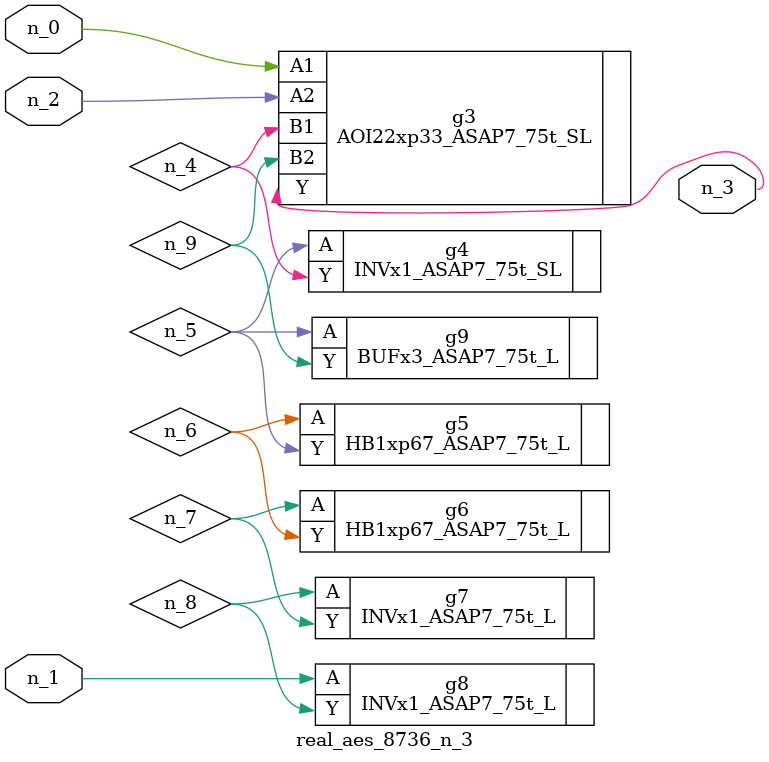
<source format=v>
module real_aes_8736_n_3 (n_0, n_2, n_1, n_3);
input n_0;
input n_2;
input n_1;
output n_3;
wire n_4;
wire n_5;
wire n_7;
wire n_9;
wire n_6;
wire n_8;
AOI22xp33_ASAP7_75t_SL g3 ( .A1(n_0), .A2(n_2), .B1(n_4), .B2(n_9), .Y(n_3) );
INVx1_ASAP7_75t_L g8 ( .A(n_1), .Y(n_8) );
INVx1_ASAP7_75t_SL g4 ( .A(n_5), .Y(n_4) );
BUFx3_ASAP7_75t_L g9 ( .A(n_5), .Y(n_9) );
HB1xp67_ASAP7_75t_L g5 ( .A(n_6), .Y(n_5) );
HB1xp67_ASAP7_75t_L g6 ( .A(n_7), .Y(n_6) );
INVx1_ASAP7_75t_L g7 ( .A(n_8), .Y(n_7) );
endmodule
</source>
